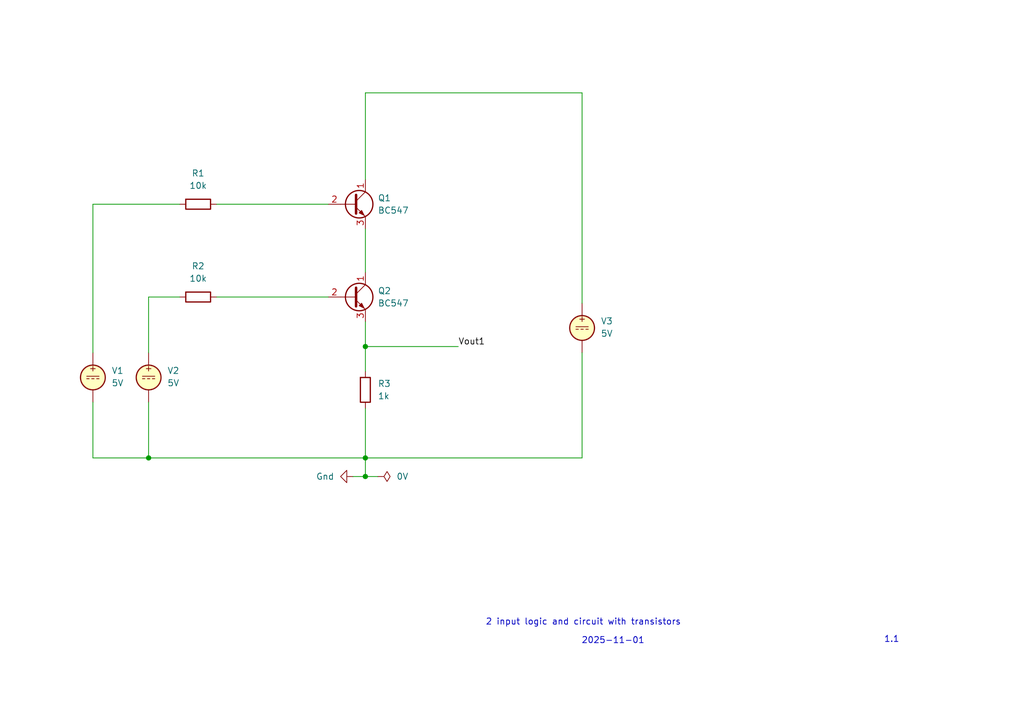
<source format=kicad_sch>
(kicad_sch (version 20250114) (generator "eeschema") (generator_version "9.0")
  (paper "A5")
  (lib_symbols
    (symbol "Device:R" (pin_numbers (hide yes)) (pin_names (offset 0))
      (property "Reference" "R" (at 2.032 0 90))
      (property "Value" "R" (at 0 0 90))
      (symbol "R_0_1"
        (rectangle (start -1.016 -2.54) (end 1.016 2.54) (stroke (width 0.254)))
      )
      (symbol "R_1_1"
        (pin passive line (at 0 3.81 270) (length 1.27) (name "~") (number "1"))
        (pin passive line (at 0 -3.81 90) (length 1.27) (name "~") (number "2"))
      )
    )
    (symbol "Simulation_SPICE:VDC" (pin_numbers (hide yes)) (pin_names (offset 0.0254))
      (property "Reference" "V" (at 2.54 2.54 0))
      (property "Value" "1" (at 2.54 0 0))
      (symbol "VDC_0_0"
        (polyline (pts (xy -1.27 0.254) (xy 1.27 0.254)))
        (polyline (pts (xy -0.762 -0.254) (xy -1.27 -0.254)))
        (polyline (pts (xy 0.254 -0.254) (xy -0.254 -0.254)))
        (polyline (pts (xy 1.27 -0.254) (xy 0.762 -0.254)))
        (text "+" (at 0 1.905 0) (effects (font (size 1.27 1.27))))
      )
      (symbol "VDC_0_1"
        (circle (center 0 0) (radius 2.54) (stroke (width 0.254)) (fill (type background)))
      )
      (symbol "VDC_1_1"
        (pin passive line (at 0 5.08 270) (length 2.54) (name "~") (number "1"))
        (pin passive line (at 0 -5.08 90) (length 2.54) (name "~") (number "2"))
      )
    )
    (symbol "Transistor_BJT:BC547" (pin_names (offset 0) (hide yes))
      (property "Reference" "Q" (at 5.08 1.905 0))
      (property "Value" "BC547" (at 5.08 0 0))
      (symbol "BC547_0_1"
        (polyline (pts (xy -2.54 0) (xy 0.635 0)))
        (polyline (pts (xy 0.635 1.905) (xy 0.635 -1.905)) (stroke (width 0.508)))
        (circle (center 1.27 0) (radius 2.8194) (stroke (width 0.254)))
      )
      (symbol "BC547_1_1"
        (polyline (pts (xy 0.635 0.635) (xy 2.54 2.54)))
        (polyline (pts (xy 0.635 -0.635) (xy 2.54 -2.54)))
        (polyline (pts (xy 1.27 -1.778) (xy 1.778 -1.27) (xy 2.286 -2.286) (xy 1.27 -1.778)) (fill (type outline)))
        (pin input line (at -5.08 0 0) (length 2.54) (name "B") (number "2"))
        (pin passive line (at 2.54 5.08 270) (length 2.54) (name "C") (number "1"))
        (pin passive line (at 2.54 -5.08 90) (length 2.54) (name "E") (number "3"))
      )
    )
    (symbol "power:GND" (power) (pin_numbers (hide yes)) (pin_names (offset 0) (hide yes))
      (property "Value" "GND" (at 0 -3.81 0))
      (symbol "GND_0_1"
        (polyline (pts (xy 0 0) (xy 0 -1.27) (xy 1.27 -1.27) (xy 0 -2.54) (xy -1.27 -1.27) (xy 0 -1.27)))
      )
      (symbol "GND_1_1"
        (pin power_in line (at 0 0 270) (length 0) (name "~") (number "1"))
      )
    )
    (symbol "power:PWR_FLAG" (power) (pin_numbers (hide yes)) (pin_names (offset 0) (hide yes))
      (property "Value" "PWR_FLAG" (at 0 3.81 0))
      (symbol "PWR_FLAG_0_0"
        (pin power_out line (at 0 0 90) (length 0) (name "~") (number "1"))
      )
      (symbol "PWR_FLAG_0_1"
        (polyline (pts (xy 0 0) (xy 0 1.27) (xy -1.016 1.905) (xy 0 2.54) (xy 1.016 1.905) (xy 0 1.27)))
      )
    )
  )
  (text "2 input logic and circuit with transistors" (at 119.634 127.762 0) (effects (font (size 1.27 1.27))))
  (text "1.0" (at 270.51 193.548 0) (effects (font (size 1.27 1.27))))
  (text "1.1" (at 182.88 131.318 0) (effects (font (size 1.27 1.27))))
  (text "2025-11-01" (at 125.73 131.572 0) (effects (font (size 1.27 1.27))))
  (text "2025-11-01" (at 212.852 193.548 0) (effects (font (size 1.27 1.27))))
  (text "2 input logic and gate with transistors" (at 206.248 189.992 0) (effects (font (size 1.27 1.27))))
  (junction (at 30.48 93.98))
  (junction (at 74.93 97.79))
  (junction (at 74.93 71.12))
  (junction (at 74.93 93.98))
  (wire (pts (xy 77.47 97.79) (xy 74.93 97.79)))
  (wire (pts (xy 74.93 71.12) (xy 74.93 76.2)))
  (wire (pts (xy 74.93 93.98) (xy 74.93 97.79)))
  (wire (pts (xy 30.48 93.98) (xy 30.48 82.55)))
  (wire (pts (xy 72.39 97.79) (xy 74.93 97.79)))
  (wire (pts (xy 19.05 41.91) (xy 19.05 72.39)))
  (wire (pts (xy 44.45 60.96) (xy 67.31 60.96)))
  (wire (pts (xy 74.93 19.05) (xy 74.93 36.83)))
  (wire (pts (xy 30.48 60.96) (xy 30.48 72.39)))
  (wire (pts (xy 30.48 93.98) (xy 74.93 93.98)))
  (wire (pts (xy 74.93 93.98) (xy 119.38 93.98)))
  (wire (pts (xy 19.05 93.98) (xy 30.48 93.98)))
  (wire (pts (xy 19.05 41.91) (xy 36.83 41.91)))
  (wire (pts (xy 74.93 46.99) (xy 74.93 55.88)))
  (wire (pts (xy 74.93 83.82) (xy 74.93 93.98)))
  (wire (pts (xy 119.38 62.23) (xy 119.38 19.05)))
  (wire (pts (xy 30.48 60.96) (xy 36.83 60.96)))
  (wire (pts (xy 74.93 66.04) (xy 74.93 71.12)))
  (wire (pts (xy 74.93 71.12) (xy 93.98 71.12)))
  (wire (pts (xy 19.05 82.55) (xy 19.05 93.98)))
  (wire (pts (xy 119.38 72.39) (xy 119.38 93.98)))
  (wire (pts (xy 44.45 41.91) (xy 67.31 41.91)))
  (wire (pts (xy 74.93 19.05) (xy 119.38 19.05)))
  (label "Vout1" (at 93.98 71.12 0))
  (symbol (lib_id "Device:R") (at 40.64 60.96 90) (unit 1)
    (property "Reference" "R2" (at 40.64 54.61 90))
    (property "Value" "10k" (at 40.64 57.15 90))
    (property "Description" "Resistor" (effects (hide yes)))
  )
  (symbol (lib_id "Device:R") (at 40.64 41.91 90) (unit 1)
    (property "Reference" "R1" (at 40.64 35.56 90))
    (property "Value" "10k" (at 40.64 38.1 90))
    (property "Description" "Resistor" (effects (hide yes)))
  )
  (symbol (lib_id "Simulation_SPICE:VDC") (at 19.05 77.47 0) (unit 1)
    (property "Reference" "V1" (at 22.86 76.0701 0) (effects (justify left)))
    (property "Value" "5V" (at 22.86 78.6101 0) (effects (justify left)))
    (property "Datasheet" "https://ngspice.sourceforge.io/docs/ngspice-html-manual/manual.xhtml#sec_Independent_Sources_for" (effects (hide yes)))
    (property "Description" "Voltage source, DC" (effects (hide yes)))
    (property "Sim.Pins" "1=+ 2=-" (effects (hide yes)))
    (property "Sim.Type" "DC" (effects (hide yes)))
    (property "Sim.Device" "V" (effects (hide yes)))
  )
  (symbol (lib_id "power:PWR_FLAG") (at 77.47 97.79 270) (unit 1)
    (property "Reference" "#FLG02" (effects (hide yes)))
    (property "Value" "0V" (at 81.28 97.7899 90) (effects (justify left)))
    (property "Description" "Special symbol for telling ERC where power comes from" (effects (hide yes)))
  )
  (symbol (lib_id "Transistor_BJT:BC547") (at 72.39 60.96 0) (unit 1)
    (property "Reference" "Q2" (at 77.47 59.6899 0) (effects (justify left)))
    (property "Value" "BC547" (at 77.47 62.2299 0) (effects (justify left)))
    (property "Footprint" "Package_TO_SOT_THT:TO-92_Inline" (effects (hide yes)))
    (property "Datasheet" "https://www.onsemi.com/pub/Collateral/BC550-D.pdf" (effects (hide yes)))
    (property "Description" "0.1A Ic, 45V Vce, Small Signal NPN Transistor, TO-92" (effects (hide yes)))
    (property "Sim.Library" "/home/kjetil/kicad/bc547c/bc547c_spice.lib" (effects (hide yes)))
    (property "Sim.Name" "BC547C" (effects (hide yes)))
    (property "Sim.Device" "SUBCKT" (effects (hide yes)))
    (property "Sim.Pins" "1=C 2=B 3=E" (effects (hide yes)))
  )
  (symbol (lib_id "Simulation_SPICE:VDC") (at 119.38 67.31 0) (unit 1)
    (property "Reference" "V3" (at 123.19 65.9101 0) (effects (justify left)))
    (property "Value" "5V" (at 123.19 68.4501 0) (effects (justify left)))
    (property "Datasheet" "https://ngspice.sourceforge.io/docs/ngspice-html-manual/manual.xhtml#sec_Independent_Sources_for" (effects (hide yes)))
    (property "Description" "Voltage source, DC" (effects (hide yes)))
    (property "Sim.Pins" "1=+ 2=-" (effects (hide yes)))
    (property "Sim.Type" "DC" (effects (hide yes)))
    (property "Sim.Device" "V" (effects (hide yes)))
  )
  (symbol (lib_id "Simulation_SPICE:VDC") (at 30.48 77.47 0) (unit 1)
    (property "Reference" "V2" (at 34.29 76.0701 0) (effects (justify left)))
    (property "Value" "5V" (at 34.29 78.6101 0) (effects (justify left)))
    (property "Datasheet" "https://ngspice.sourceforge.io/docs/ngspice-html-manual/manual.xhtml#sec_Independent_Sources_for" (effects (hide yes)))
    (property "Description" "Voltage source, DC" (effects (hide yes)))
    (property "Sim.Pins" "1=+ 2=-" (effects (hide yes)))
    (property "Sim.Type" "DC" (effects (hide yes)))
    (property "Sim.Device" "V" (effects (hide yes)))
  )
  (symbol (lib_id "Transistor_BJT:BC547") (at 72.39 41.91 0) (unit 1)
    (property "Reference" "Q1" (at 77.47 40.6399 0) (effects (justify left)))
    (property "Value" "BC547" (at 77.47 43.1799 0) (effects (justify left)))
    (property "Footprint" "Package_TO_SOT_THT:TO-92_Inline" (effects (hide yes)))
    (property "Datasheet" "https://www.onsemi.com/pub/Collateral/BC550-D.pdf" (effects (hide yes)))
    (property "Description" "0.1A Ic, 45V Vce, Small Signal NPN Transistor, TO-92" (effects (hide yes)))
    (property "Sim.Library" "/home/kjetil/kicad/bc547c/bc547c_spice.lib" (effects (hide yes)))
    (property "Sim.Name" "BC547C" (effects (hide yes)))
    (property "Sim.Device" "SUBCKT" (effects (hide yes)))
    (property "Sim.Pins" "1=C 2=B 3=E" (effects (hide yes)))
  )
  (symbol (lib_id "power:GND") (at 72.39 97.79 270) (unit 1)
    (property "Reference" "#PWR01" (effects (hide yes)))
    (property "Value" "Gnd" (at 68.58 97.7899 90) (effects (justify right)))
    (property "Description" "Power symbol creates a global label with name \"GND\" , ground" (effects (hide yes)))
  )
  (symbol (lib_id "Device:R") (at 74.93 80.01 180) (unit 1)
    (property "Reference" "R3" (at 77.47 78.7399 0) (effects (justify right)))
    (property "Value" "1k" (at 77.47 81.2799 0) (effects (justify right)))
    (property "Description" "Resistor" (effects (hide yes)))
  )
)
</source>
